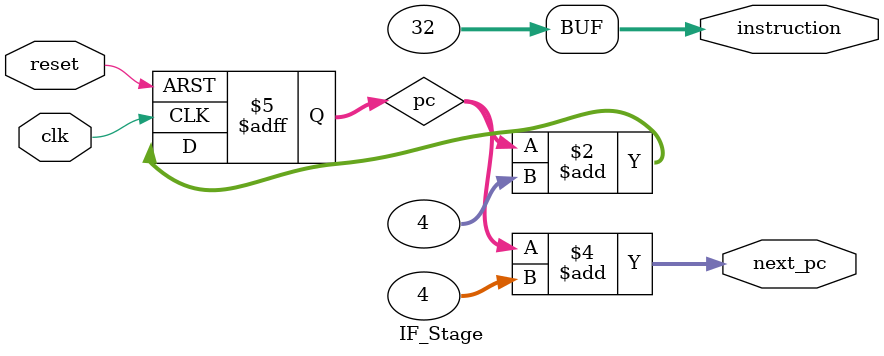
<source format=v>
module IF_Stage(
    input clk, reset,
    output reg [31:0] instruction,
    output reg [31:0] next_pc
);
    reg [31:0] pc;

    always @(posedge clk or posedge reset) begin
        if (reset) begin
            pc <= 32'h00000000; // Start address
        end else begin
            pc <= pc + 4; // Increment PC
        end
    end

    always @(*) begin
        // Assuming instruction memory here is just a placeholder
        instruction = {6'b000000, 5'b00000, 5'b00000, 5'b00000, 5'b00000, 6'b100000}; // NOP (example)
        next_pc = pc + 4;
    end
endmodule

</source>
